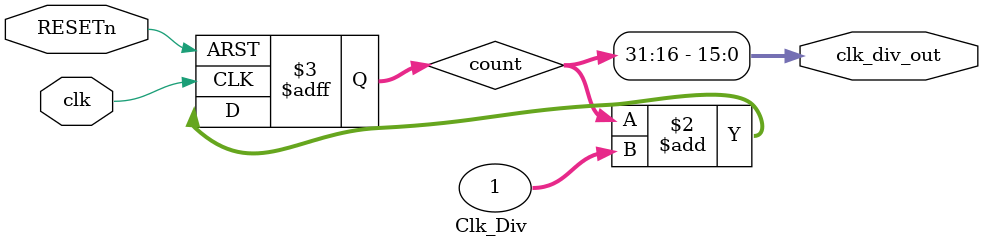
<source format=v>
`timescale 1ns / 1ps
module Clk_Div(clk, RESETn, clk_div_out);
   input clk;
   input  RESETn;
   output [15:0] clk_div_out;
   reg [63:0] 	 count;
   wire [15:0] 	 clk_div_out;
     
   assign clk_div_out=count[31:16];
   //There are 16bits for the clk_div_out,
   //it will be easier for the designer to try out different clocks
   
   //The input clock is a 50Mhz signal (from Nexys2 clocks)
   //Therefore, count[0] represents a 25Mhz clk
   // count[1]: 12.5MHz
   // count[2]: 6.25MHz
   // count[3]: 3.125MHz
   // ...
   // count[18]:95.37Hz
   // count[19]:47.68Hz
   // count[20]:23.84Hz

   
   //This is a 64-bit counter 
   always@(posedge clk or posedge RESETn)
     begin
	if(RESETn)
	  count<=64'b0;
	else
	  count<=count+1;
	
     end 
endmodule 
</source>
